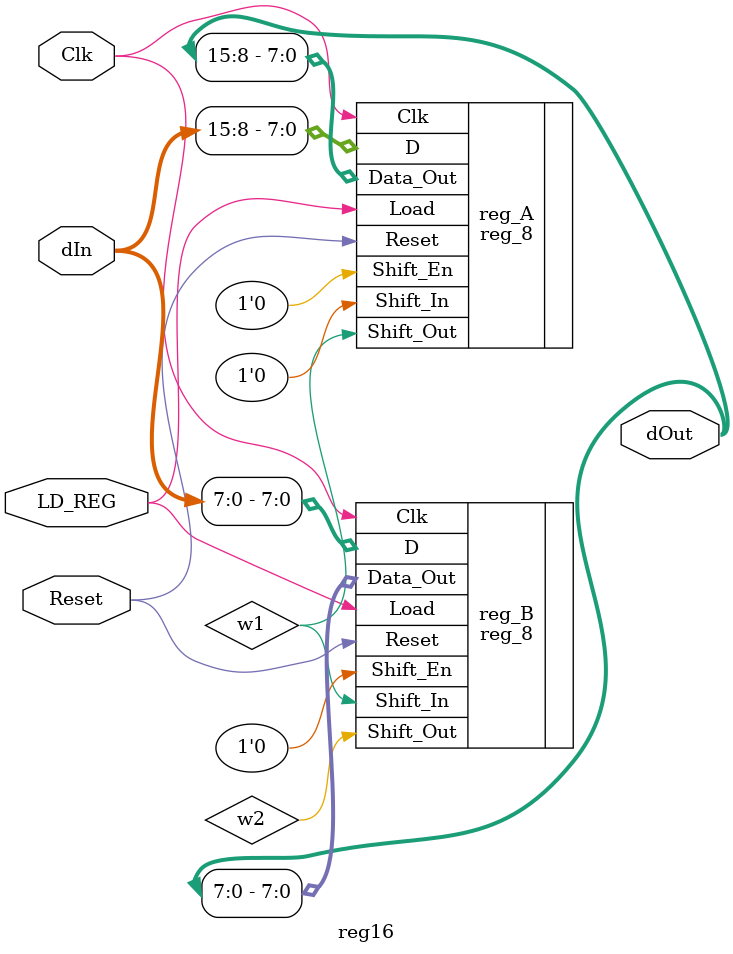
<source format=sv>
module reg16 (input  logic Clk, Reset, LD_REG,
                      input  logic [15:0] dIn,
                      output logic [15:0] dOut);

	wire w1;
	wire w2;
	// Registers will not be shifting in data. Only parallel load.
	reg_8  reg_A (.Clk(Clk), .Reset(Reset), .Shift_In(1'b0), .Load(LD_REG),
	               .Shift_En(1'b0), .D(dIn[15:8]), .Shift_Out(w1), .Data_Out(dOut[15:8]));
	
	reg_8  reg_B (.Clk(Clk), .Reset(Reset), .Shift_In(w1), .Load(LD_REG),
	               .Shift_En(1'b0), .D(dIn[7:0]), .Shift_Out(w2), .Data_Out(dOut[7:0]));
						
		

endmodule

</source>
